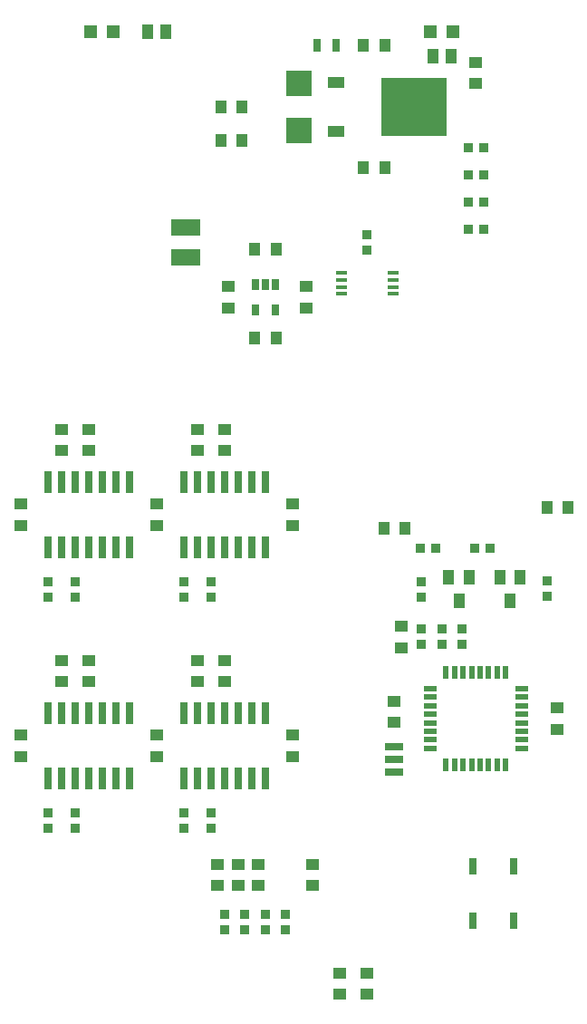
<source format=gtp>
G75*
G70*
%OFA0B0*%
%FSLAX24Y24*%
%IPPOS*%
%LPD*%
%AMOC8*
5,1,8,0,0,1.08239X$1,22.5*
%
%ADD10R,0.0400X0.0160*%
%ADD11R,0.0260X0.0800*%
%ADD12R,0.0500X0.0220*%
%ADD13R,0.0220X0.0500*%
%ADD14R,0.0276X0.0394*%
%ADD15R,0.0394X0.0551*%
%ADD16R,0.0374X0.0374*%
%ADD17R,0.0492X0.0394*%
%ADD18R,0.0394X0.0492*%
%ADD19R,0.2441X0.2126*%
%ADD20R,0.0630X0.0394*%
%ADD21R,0.0315X0.0472*%
%ADD22R,0.0669X0.0276*%
%ADD23R,0.0945X0.0945*%
%ADD24R,0.1063X0.0630*%
%ADD25R,0.0472X0.0472*%
%ADD26R,0.0433X0.0551*%
%ADD27R,0.0300X0.0600*%
D10*
X017935Y030496D03*
X017935Y030752D03*
X017935Y031008D03*
X017935Y031264D03*
X019825Y031264D03*
X019825Y031008D03*
X019825Y030752D03*
X019825Y030496D03*
D11*
X015130Y023590D03*
X014630Y023590D03*
X014130Y023590D03*
X013630Y023590D03*
X013130Y023590D03*
X012630Y023590D03*
X012130Y023590D03*
X012130Y021170D03*
X012630Y021170D03*
X013130Y021170D03*
X013630Y021170D03*
X014130Y021170D03*
X014630Y021170D03*
X015130Y021170D03*
X015130Y015090D03*
X014630Y015090D03*
X014130Y015090D03*
X013630Y015090D03*
X013130Y015090D03*
X012630Y015090D03*
X012130Y015090D03*
X012130Y012670D03*
X012630Y012670D03*
X013130Y012670D03*
X013630Y012670D03*
X014130Y012670D03*
X014630Y012670D03*
X015130Y012670D03*
X010130Y012670D03*
X009630Y012670D03*
X009130Y012670D03*
X008630Y012670D03*
X008130Y012670D03*
X007630Y012670D03*
X007130Y012670D03*
X007130Y015090D03*
X007630Y015090D03*
X008130Y015090D03*
X008630Y015090D03*
X009130Y015090D03*
X009630Y015090D03*
X010130Y015090D03*
X010130Y021170D03*
X009630Y021170D03*
X009130Y021170D03*
X008630Y021170D03*
X008130Y021170D03*
X007630Y021170D03*
X007130Y021170D03*
X007130Y023590D03*
X007630Y023590D03*
X008130Y023590D03*
X008630Y023590D03*
X009130Y023590D03*
X009630Y023590D03*
X010130Y023590D03*
D12*
X021190Y015982D03*
X021190Y015667D03*
X021190Y015352D03*
X021190Y015037D03*
X021190Y014723D03*
X021190Y014408D03*
X021190Y014093D03*
X021190Y013778D03*
X024570Y013778D03*
X024570Y014093D03*
X024570Y014408D03*
X024570Y014723D03*
X024570Y015037D03*
X024570Y015352D03*
X024570Y015667D03*
X024570Y015982D03*
D13*
X023982Y016570D03*
X023667Y016570D03*
X023352Y016570D03*
X023037Y016570D03*
X022723Y016570D03*
X022408Y016570D03*
X022093Y016570D03*
X021778Y016570D03*
X021778Y013190D03*
X022093Y013190D03*
X022408Y013190D03*
X022723Y013190D03*
X023037Y013190D03*
X023352Y013190D03*
X023667Y013190D03*
X023982Y013190D03*
D14*
X015504Y029908D03*
X014756Y029908D03*
X014756Y030852D03*
X015130Y030852D03*
X015504Y030852D03*
D15*
X021883Y020063D03*
X022258Y019197D03*
X022632Y020063D03*
X023756Y020063D03*
X024130Y019197D03*
X024504Y020063D03*
D16*
X007130Y010845D03*
X007130Y011415D03*
X008130Y011415D03*
X008130Y010845D03*
X012130Y010845D03*
X012130Y011415D03*
X013130Y011415D03*
X013130Y010845D03*
X013630Y007665D03*
X013630Y007095D03*
X014380Y007095D03*
X014380Y007665D03*
X015130Y007665D03*
X015130Y007095D03*
X015880Y007095D03*
X015880Y007665D03*
X020880Y017595D03*
X020880Y018165D03*
X020880Y019345D03*
X020880Y019915D03*
X020845Y021130D03*
X021415Y021130D03*
X022845Y021130D03*
X023415Y021130D03*
X025493Y019944D03*
X025493Y019373D03*
X022380Y018165D03*
X022380Y017595D03*
X021630Y017595D03*
X021630Y018165D03*
X013130Y019345D03*
X013130Y019915D03*
X012130Y019915D03*
X012130Y019345D03*
X008130Y019345D03*
X008130Y019915D03*
X007130Y019915D03*
X007130Y019345D03*
X018880Y032095D03*
X018880Y032665D03*
X022595Y032880D03*
X023165Y032880D03*
X023165Y033880D03*
X022595Y033880D03*
X022595Y034880D03*
X023165Y034880D03*
X023165Y035880D03*
X022595Y035880D03*
D17*
X022880Y038236D03*
X022880Y039024D03*
X016630Y030774D03*
X016630Y029986D03*
X013755Y029986D03*
X013755Y030774D03*
X013630Y025524D03*
X013630Y024736D03*
X012630Y024736D03*
X012630Y025524D03*
X011130Y022774D03*
X011130Y021986D03*
X008630Y024736D03*
X008630Y025524D03*
X007630Y025524D03*
X007630Y024736D03*
X006130Y022774D03*
X006130Y021986D03*
X007630Y017024D03*
X007630Y016236D03*
X008630Y016236D03*
X008630Y017024D03*
X011130Y014274D03*
X011130Y013486D03*
X012630Y016236D03*
X012630Y017024D03*
X013630Y017024D03*
X013630Y016236D03*
X016130Y014274D03*
X016130Y013486D03*
X016880Y009524D03*
X016880Y008736D03*
X014880Y008736D03*
X014880Y009524D03*
X014130Y009524D03*
X014130Y008736D03*
X013380Y008736D03*
X013380Y009524D03*
X017880Y005524D03*
X017880Y004736D03*
X018880Y004736D03*
X018880Y005524D03*
X019880Y014736D03*
X019880Y015524D03*
X020130Y017486D03*
X020130Y018274D03*
X016130Y021986D03*
X016130Y022774D03*
X025880Y015274D03*
X025880Y014486D03*
X006130Y014276D03*
X006130Y013489D03*
D18*
X014736Y028880D03*
X015524Y028880D03*
X015524Y032130D03*
X014736Y032130D03*
X014274Y036130D03*
X013486Y036130D03*
X013486Y037380D03*
X014274Y037380D03*
X018736Y035130D03*
X019524Y035130D03*
X019524Y039630D03*
X018736Y039630D03*
X025486Y022630D03*
X026274Y022630D03*
X020274Y021880D03*
X019486Y021880D03*
D19*
X020614Y037380D03*
D20*
X017740Y036482D03*
X017740Y038278D03*
D21*
X017734Y039630D03*
X017026Y039630D03*
D22*
X019880Y013852D03*
X019880Y013380D03*
X019880Y012908D03*
D23*
X016380Y036514D03*
X016380Y038246D03*
D24*
X012201Y032931D03*
X012201Y031829D03*
D25*
X009543Y040130D03*
X008717Y040130D03*
X021217Y040130D03*
X022043Y040130D03*
D26*
X021974Y039255D03*
X021286Y039255D03*
X011474Y040130D03*
X010786Y040130D03*
D27*
X022761Y009440D03*
X022761Y007440D03*
X024261Y007440D03*
X024261Y009440D03*
M02*

</source>
